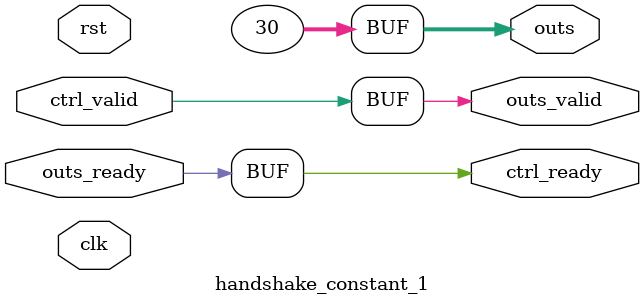
<source format=v>
`timescale 1ns / 1ps
module handshake_constant_1 #(
  parameter DATA_WIDTH = 32  // Default set to 32 bits
) (
  input                       clk,
  input                       rst,
  // Input Channel
  input                       ctrl_valid,
  output                      ctrl_ready,
  // Output Channel
  output [DATA_WIDTH - 1 : 0] outs,
  output                      outs_valid,
  input                       outs_ready
);
  assign outs       = 6'b011110;
  assign outs_valid = ctrl_valid;
  assign ctrl_ready = outs_ready;

endmodule

</source>
